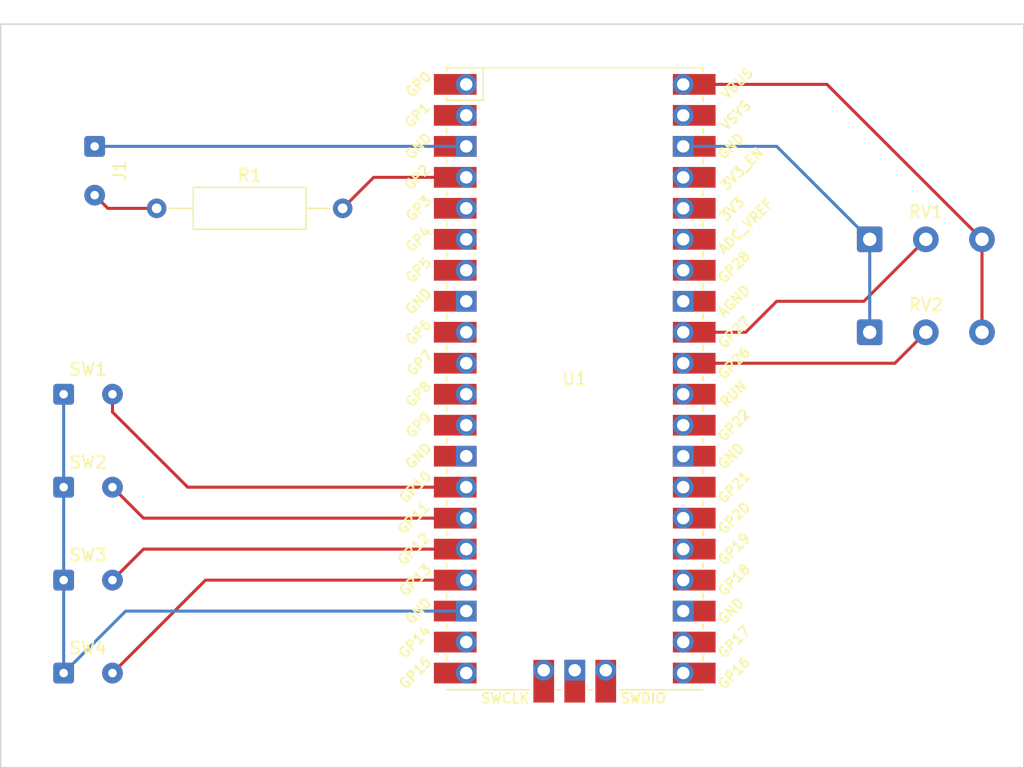
<source format=kicad_pcb>
(kicad_pcb (version 20211014) (generator pcbnew)
  (layers (0 "F.Cu" signal) (31 "B.Cu" signal) (34 "B.Paste" user) (35 "F.Paste" user) (36 "B.SilkS" user "B.Silkscreen") (37 "F.SilkS" user "F.Silkscreen") (38 "B.Mask" user) (39 "F.Mask" user) (44 "Edge.Cuts" user))
  (net 0 "")
  (net 3 "Net-(J1-PadS)")
  (net 4 "Net-(RV1-Pad1)")
  (net 26 "Net-(U1-Pad32)")
  (net 27 "Net-(RV1-Pad3)")
  (net 33 "Net-(U1-Pad3)")
  (net 35 "Net-(U1-Pad4)")
  (net 39 "Net-(U1-Pad31)")
  (net 40 "Net-(SW1-Pad1)")
  (net 41 "Net-(SW1-Pad2)")
  (net 42 "Net-(SW2-Pad2)")
  (net 43 "Net-(SW3-Pad2)")
  (net 44 "Net-(SW4-Pad2)")
  (footprint "Connector_Wire:SolderWire-0.15sqmm_1x02_P4mm_D0.5mm_OD1.5mm" (layer "F.Cu") (at 17.865584 60.825085)
    (fp_text reference "SW3" (at 2 -2.05) (layer "F.SilkS"))
    (fp_text value "SW_Push")
    (pad "1" thru_hole roundrect (at 0 0) (size 1.7 1.7) (drill 0.7) (layers *.Cu *.Mask) (roundrect_rratio 0.147059) (net 40 "Net-(SW1-Pad1)"))
    (pad "2" thru_hole circle (at 4 0) (size 1.7 1.7) (drill 0.7) (layers *.Cu *.Mask) (net 43 "Net-(SW3-Pad2)"))
  )
  (footprint "Connector_Wire:SolderWire-0.15sqmm_1x02_P4mm_D0.5mm_OD1.5mm" (layer "F.Cu") (at 20.405584 25.265085 -90)
    (fp_text reference "J1" (at 2 -2.05 90) (layer "F.SilkS"))
    (fp_text value "AudioJack2")
    (pad "S" thru_hole circle (at 4 0 270) (size 1.7 1.7) (drill 0.7) (layers *.Cu *.Mask) (net 3 "Net-(J1-PadS)"))
    (pad "T" thru_hole roundrect (at 0 0 270) (size 1.7 1.7) (drill 0.7) (layers *.Cu *.Mask) (roundrect_rratio 0.147059) (net 33 "Net-(U1-Pad3)"))
  )
  (footprint "Resistor_THT:R_Axial_DIN0309_L9.0mm_D3.2mm_P15.24mm_Horizontal" (layer "F.Cu") (at 25.485584 30.345085)
    (fp_text reference "R1" (at 7.62 -2.72) (layer "F.SilkS"))
    (fp_text value "250")
    (fp_line (start 12.24 -1.72) (end 3 -1.72) (layer "F.SilkS") (width 0.12))
    (fp_line (start 14.2 0) (end 12.24 0) (layer "F.SilkS") (width 0.12))
    (fp_line (start 12.24 1.72) (end 12.24 -1.72) (layer "F.SilkS") (width 0.12))
    (fp_line (start 3 1.72) (end 12.24 1.72) (layer "F.SilkS") (width 0.12))
    (fp_line (start 1.04 0) (end 3 0) (layer "F.SilkS") (width 0.12))
    (fp_line (start 3 -1.72) (end 3 1.72) (layer "F.SilkS") (width 0.12))
    (pad "1" thru_hole circle (at 0 0) (size 1.6 1.6) (drill 0.8) (layers *.Cu *.Mask) (net 3 "Net-(J1-PadS)"))
    (pad "2" thru_hole oval (at 15.24 0) (size 1.6 1.6) (drill 0.8) (layers *.Cu *.Mask) (net 35 "Net-(U1-Pad4)"))
  )
  (footprint "Connector_Wire:SolderWire-0.15sqmm_1x02_P4mm_D0.5mm_OD1.5mm" (layer "F.Cu") (at 17.865584 45.585085)
    (fp_text reference "SW1" (at 2 -2.05) (layer "F.SilkS"))
    (fp_text value "SW_Push")
    (pad "1" thru_hole roundrect (at 0 0) (size 1.7 1.7) (drill 0.7) (layers *.Cu *.Mask) (roundrect_rratio 0.147059) (net 40 "Net-(SW1-Pad1)"))
    (pad "2" thru_hole circle (at 4 0) (size 1.7 1.7) (drill 0.7) (layers *.Cu *.Mask) (net 41 "Net-(SW1-Pad2)"))
  )
  (footprint "Connector_Wire:SolderWire-0.15sqmm_1x02_P4mm_D0.5mm_OD1.5mm" (layer "F.Cu") (at 17.865584 68.445085)
    (fp_text reference "SW4" (at 2 -2.05) (layer "F.SilkS"))
    (fp_text value "SW_Push")
    (pad "1" thru_hole roundrect (at 0 0) (size 1.7 1.7) (drill 0.7) (layers *.Cu *.Mask) (roundrect_rratio 0.147059) (net 40 "Net-(SW1-Pad1)"))
    (pad "2" thru_hole circle (at 4 0) (size 1.7 1.7) (drill 0.7) (layers *.Cu *.Mask) (net 44 "Net-(SW4-Pad2)"))
  )
  (footprint "MCU_RaspberryPi_and_Boards:RPi_Pico_SMD_TH" (layer "F.Cu") (at 59.738482 44.312566)
    (fp_text reference "U1" (at 0 0) (layer "F.SilkS"))
    (fp_text value "Pico")
    (fp_text user "GP7" (at -12.7 -1.3 45) (layer "F.SilkS") (effects (font (size 0.8 0.8))))
    (fp_text user "GP17" (at 13.054 21.59 45) (layer "F.SilkS") (effects (font (size 0.8 0.8))))
    (fp_text user "GP12" (at -13.2 13.97 45) (layer "F.SilkS") (effects (font (size 0.8 0.8))))
    (fp_text user "GP14" (at -13.1 21.59 45) (layer "F.SilkS") (effects (font (size 0.8 0.8))))
    (fp_text user "3V3_EN" (at 13.7 -17.2 45) (layer "F.SilkS") (effects (font (size 0.8 0.8))))
    (fp_text user "GP5" (at -12.8 -8.89 45) (layer "F.SilkS") (effects (font (size 0.8 0.8))))
    (fp_text user "GP22" (at 13.054 3.81 45) (layer "F.SilkS") (effects (font (size 0.8 0.8))))
    (fp_text user "GND" (at -12.8 19.05 45) (layer "F.SilkS") (effects (font (size 0.8 0.8))))
    (fp_text user "3V3" (at 12.9 -13.9 45) (layer "F.SilkS") (effects (font (size 0.8 0.8))))
    (fp_text user "GP4" (at -12.8 -11.43 45) (layer "F.SilkS") (effects (font (size 0.8 0.8))))
    (fp_text user "GP20" (at 13.054 11.43 45) (layer "F.SilkS") (effects (font (size 0.8 0.8))))
    (fp_text user "GP3" (at -12.8 -13.97 45) (layer "F.SilkS") (effects (font (size 0.8 0.8))))
    (fp_text user "GP1" (at -12.9 -21.6 45) (layer "F.SilkS") (effects (font (size 0.8 0.8))))
    (fp_text user "GND" (at -12.8 6.35 45) (layer "F.SilkS") (effects (font (size 0.8 0.8))))
    (fp_text user "GP16" (at 13.054 24.13 45) (layer "F.SilkS") (effects (font (size 0.8 0.8))))
    (fp_text user "GP27" (at 13.054 -3.8 45) (layer "F.SilkS") (effects (font (size 0.8 0.8))))
    (fp_text user "GP18" (at 13.054 16.51 45) (layer "F.SilkS") (effects (font (size 0.8 0.8))))
    (fp_text user "SWDIO" (at 5.6 26.2) (layer "F.SilkS") (effects (font (size 0.8 0.8))))
    (fp_text user "GP2" (at -12.9 -16.51 45) (layer "F.SilkS") (effects (font (size 0.8 0.8))))
    (fp_text user "GP21" (at 13.054 8.9 45) (layer "F.SilkS") (effects (font (size 0.8 0.8))))
    (fp_text user "GP6" (at -12.8 -3.81 45) (layer "F.SilkS") (effects (font (size 0.8 0.8))))
    (fp_text user "GP0" (at -12.8 -24.13 45) (layer "F.SilkS") (effects (font (size 0.8 0.8))))
    (fp_text user "GP10" (at -13.054 8.89 45) (layer "F.SilkS") (effects (font (size 0.8 0.8))))
    (fp_text user "GP9" (at -12.8 3.81 45) (layer "F.SilkS") (effects (font (size 0.8 0.8))))
    (fp_text user "GP28" (at 13.054 -9.144 45) (layer "F.SilkS") (effects (font (size 0.8 0.8))))
    (fp_text user "GND" (at 12.8 19.05 45) (layer "F.SilkS") (effects (font (size 0.8 0.8))))
    (fp_text user "RUN" (at 13 1.27 45) (layer "F.SilkS") (effects (font (size 0.8 0.8))))
    (fp_text user "GND" (at -12.8 -6.35 45) (layer "F.SilkS") (effects (font (size 0.8 0.8))))
    (fp_text user "VSYS" (at 13.2 -21.59 45) (layer "F.SilkS") (effects (font (size 0.8 0.8))))
    (fp_text user "SWCLK" (at -5.7 26.2) (layer "F.SilkS") (effects (font (size 0.8 0.8))))
    (fp_text user "GP15" (at -13.054 24.13 45) (layer "F.SilkS") (effects (font (size 0.8 0.8))))
    (fp_text user "GP26" (at 13.054 -1.27 45) (layer "F.SilkS") (effects (font (size 0.8 0.8))))
    (fp_text user "GP11" (at -13.2 11.43 45) (layer "F.SilkS") (effects (font (size 0.8 0.8))))
    (fp_text user "GND" (at -12.8 -19.05 45) (layer "F.SilkS") (effects (font (size 0.8 0.8))))
    (fp_text user "AGND" (at 13.054 -6.35 45) (layer "F.SilkS") (effects (font (size 0.8 0.8))))
    (fp_text user "ADC_VREF" (at 14 -12.5 45) (layer "F.SilkS") (effects (font (size 0.8 0.8))))
    (fp_text user "VBUS" (at 13.3 -24.2 45) (layer "F.SilkS") (effects (font (size 0.8 0.8))))
    (fp_text user "GP19" (at 13.054 13.97 45) (layer "F.SilkS") (effects (font (size 0.8 0.8))))
    (fp_text user "GP13" (at -13.054 16.51 45) (layer "F.SilkS") (effects (font (size 0.8 0.8))))
    (fp_text user "GND" (at 12.8 -19.05 45) (layer "F.SilkS") (effects (font (size 0.8 0.8))))
    (fp_text user "GP8" (at -12.8 1.27 45) (layer "F.SilkS") (effects (font (size 0.8 0.8))))
    (fp_text user "GND" (at 12.8 6.35 45) (layer "F.SilkS") (effects (font (size 0.8 0.8))))
    (fp_line (start -10.5 7.4) (end -10.5 7.8) (layer "F.SilkS") (width 0.12))
    (fp_line (start -10.5 -0.2) (end -10.5 0.2) (layer "F.SilkS") (width 0.12))
    (fp_line (start -10.5 20.1) (end -10.5 20.5) (layer "F.SilkS") (width 0.12))
    (fp_line (start 10.5 17.6) (end 10.5 18) (layer "F.SilkS") (width 0.12))
    (fp_line (start 10.5 -10.4) (end 10.5 -10) (layer "F.SilkS") (width 0.12))
    (fp_line (start 10.5 -5.3) (end 10.5 -4.9) (layer "F.SilkS") (width 0.12))
    (fp_line (start 10.5 -12.9) (end 10.5 -12.5) (layer "F.SilkS") (width 0.12))
    (fp_line (start -10.5 -12.9) (end -10.5 -12.5) (layer "F.SilkS") (width 0.12))
    (fp_line (start 10.5 7.4) (end 10.5 7.8) (layer "F.SilkS") (width 0.12))
    (fp_line (start 10.5 20.1) (end 10.5 20.5) (layer "F.SilkS") (width 0.12))
    (fp_line (start -10.5 22.7) (end -10.5 23.1) (layer "F.SilkS") (width 0.12))
    (fp_line (start 1.1 25.5) (end 1.5 25.5) (layer "F.SilkS") (width 0.12))
    (fp_line (start 10.5 2.3) (end 10.5 2.7) (layer "F.SilkS") (width 0.12))
    (fp_line (start 10.5 15.1) (end 10.5 15.5) (layer "F.SilkS") (width 0.12))
    (fp_line (start -10.5 -23.1) (end -10.5 -22.7) (layer "F.SilkS") (width 0.12))
    (fp_line (start 10.5 12.5) (end 10.5 12.9) (layer "F.SilkS") (width 0.12))
    (fp_line (start -10.5 -18) (end -10.5 -17.6) (layer "F.SilkS") (width 0.12))
    (fp_line (start -10.5 -20.5) (end -10.5 -20.1) (layer "F.SilkS") (width 0.12))
    (fp_line (start 10.5 -20.5) (end 10.5 -20.1) (layer "F.SilkS") (width 0.12))
    (fp_line (start 10.5 22.7) (end 10.5 23.1) (layer "F.SilkS") (width 0.12))
    (fp_line (start -10.5 10) (end -10.5 10.4) (layer "F.SilkS") (width 0.12))
    (fp_line (start -10.5 -22.833) (end -7.493 -22.833) (layer "F.SilkS") (width 0.12))
    (fp_line (start -10.5 4.9) (end -10.5 5.3) (layer "F.SilkS") (width 0.12))
    (fp_line (start 10.5 4.9) (end 10.5 5.3) (layer "F.SilkS") (width 0.12))
    (fp_line (start 10.5 -2.7) (end 10.5 -2.3) (layer "F.SilkS") (width 0.12))
    (fp_line (start -10.5 2.3) (end -10.5 2.7) (layer "F.SilkS") (width 0.12))
    (fp_line (start 10.5 -15.4) (end 10.5 -15) (layer "F.SilkS") (width 0.12))
    (fp_line (start 10.5 -0.2) (end 10.5 0.2) (layer "F.SilkS") (width 0.12))
    (fp_line (start 10.5 -23.1) (end 10.5 -22.7) (layer "F.SilkS") (width 0.12))
    (fp_line (start -1.5 25.5) (end -1.1 25.5) (layer "F.SilkS") (width 0.12))
    (fp_line (start 10.5 -25.5) (end 10.5 -25.2) (layer "F.SilkS") (width 0.12))
    (fp_line (start -3.7 25.5) (end -10.5 25.5) (layer "F.SilkS") (width 0.12))
    (fp_line (start -10.5 12.5) (end -10.5 12.9) (layer "F.SilkS") (width 0.12))
    (fp_line (start -10.5 15.1) (end -10.5 15.5) (layer "F.SilkS") (width 0.12))
    (fp_line (start -10.5 -10.4) (end -10.5 -10) (layer "F.SilkS") (width 0.12))
    (fp_line (start -10.5 -25.5) (end -10.5 -25.2) (layer "F.SilkS") (width 0.12))
    (fp_line (start -7.493 -22.833) (end -7.493 -25.5) (layer "F.SilkS") (width 0.12))
    (fp_line (start -10.5 -5.3) (end -10.5 -4.9) (layer "F.SilkS") (width 0.12))
    (fp_line (start -10.5 17.6) (end -10.5 18) (layer "F.SilkS") (width 0.12))
    (fp_line (start -10.5 -15.4) (end -10.5 -15) (layer "F.SilkS") (width 0.12))
    (fp_line (start -10.5 -25.5) (end 10.5 -25.5) (layer "F.SilkS") (width 0.12))
    (fp_line (start -10.5 -7.8) (end -10.5 -7.4) (layer "F.SilkS") (width 0.12))
    (fp_line (start -10.5 -2.7) (end -10.5 -2.3) (layer "F.SilkS") (width 0.12))
    (fp_line (start 10.5 10) (end 10.5 10.4) (layer "F.SilkS") (width 0.12))
    (fp_line (start 10.5 25.5) (end 3.7 25.5) (layer "F.SilkS") (width 0.12))
    (fp_line (start 10.5 -7.8) (end 10.5 -7.4) (layer "F.SilkS") (width 0.12))
    (fp_line (start 10.5 -18) (end 10.5 -17.6) (layer "F.SilkS") (width 0.12))
    (pad "" np_thru_hole oval (at -2.725 -24) (size 1.8 1.8) (drill 1.8) (layers *.Cu *.Mask))
    (pad "" np_thru_hole oval (at -2.425 -20.97) (size 1.5 1.5) (drill 1.5) (layers *.Cu *.Mask))
    (pad "" np_thru_hole oval (at 2.425 -20.97) (size 1.5 1.5) (drill 1.5) (layers *.Cu *.Mask))
    (pad "" np_thru_hole oval (at 2.725 -24) (size 1.8 1.8) (drill 1.8) (layers *.Cu *.Mask))
    (pad "1" smd rect (at -8.89 -24.13) (size 3.5 1.7) (drill (offset -0.9 0)) (layers "F.Cu" "F.Mask"))
    (pad "1" thru_hole oval (at -8.89 -24.13) (size 1.7 1.7) (drill 1.02) (layers *.Cu *.Mask))
    (pad "2" smd rect (at -8.89 -21.59) (size 3.5 1.7) (drill (offset -0.9 0)) (layers "F.Cu" "F.Mask"))
    (pad "2" thru_hole oval (at -8.89 -21.59) (size 1.7 1.7) (drill 1.02) (layers *.Cu *.Mask))
    (pad "3" thru_hole rect (at -8.89 -19.05) (size 1.7 1.7) (drill 1.02) (layers *.Cu *.Mask) (net 33 "Net-(U1-Pad3)"))
    (pad "3" smd rect (at -8.89 -19.05) (size 3.5 1.7) (drill (offset -0.9 0)) (layers "F.Cu" "F.Mask") (net 33 "Net-(U1-Pad3)"))
    (pad "4" thru_hole oval (at -8.89 -16.51) (size 1.7 1.7) (drill 1.02) (layers *.Cu *.Mask) (net 35 "Net-(U1-Pad4)"))
    (pad "4" smd rect (at -8.89 -16.51) (size 3.5 1.7) (drill (offset -0.9 0)) (layers "F.Cu" "F.Mask") (net 35 "Net-(U1-Pad4)"))
    (pad "5" thru_hole oval (at -8.89 -13.97) (size 1.7 1.7) (drill 1.02) (layers *.Cu *.Mask))
    (pad "5" smd rect (at -8.89 -13.97) (size 3.5 1.7) (drill (offset -0.9 0)) (layers "F.Cu" "F.Mask"))
    (pad "6" thru_hole oval (at -8.89 -11.43) (size 1.7 1.7) (drill 1.02) (layers *.Cu *.Mask))
    (pad "6" smd rect (at -8.89 -11.43) (size 3.5 1.7) (drill (offset -0.9 0)) (layers "F.Cu" "F.Mask"))
    (pad "7" thru_hole oval (at -8.89 -8.89) (size 1.7 1.7) (drill 1.02) (layers *.Cu *.Mask))
    (pad "7" smd rect (at -8.89 -8.89) (size 3.5 1.7) (drill (offset -0.9 0)) (layers "F.Cu" "F.Mask"))
    (pad "8" thru_hole rect (at -8.89 -6.35) (size 1.7 1.7) (drill 1.02) (layers *.Cu *.Mask))
    (pad "8" smd rect (at -8.89 -6.35) (size 3.5 1.7) (drill (offset -0.9 0)) (layers "F.Cu" "F.Mask"))
    (pad "9" thru_hole oval (at -8.89 -3.81) (size 1.7 1.7) (drill 1.02) (layers *.Cu *.Mask))
    (pad "9" smd rect (at -8.89 -3.81) (size 3.5 1.7) (drill (offset -0.9 0)) (layers "F.Cu" "F.Mask"))
    (pad "10" smd rect (at -8.89 -1.27) (size 3.5 1.7) (drill (offset -0.9 0)) (layers "F.Cu" "F.Mask"))
    (pad "10" thru_hole oval (at -8.89 -1.27) (size 1.7 1.7) (drill 1.02) (layers *.Cu *.Mask))
    (pad "11" thru_hole oval (at -8.89 1.27) (size 1.7 1.7) (drill 1.02) (layers *.Cu *.Mask))
    (pad "11" smd rect (at -8.89 1.27) (size 3.5 1.7) (drill (offset -0.9 0)) (layers "F.Cu" "F.Mask"))
    (pad "12" thru_hole oval (at -8.89 3.81) (size 1.7 1.7) (drill 1.02) (layers *.Cu *.Mask))
    (pad "12" smd rect (at -8.89 3.81) (size 3.5 1.7) (drill (offset -0.9 0)) (layers "F.Cu" "F.Mask"))
    (pad "13" smd rect (at -8.89 6.35) (size 3.5 1.7) (drill (offset -0.9 0)) (layers "F.Cu" "F.Mask"))
    (pad "13" thru_hole rect (at -8.89 6.35) (size 1.7 1.7) (drill 1.02) (layers *.Cu *.Mask))
    (pad "14" smd rect (at -8.89 8.89) (size 3.5 1.7) (drill (offset -0.9 0)) (layers "F.Cu" "F.Mask") (net 41 "Net-(SW1-Pad2)"))
    (pad "14" thru_hole oval (at -8.89 8.89) (size 1.7 1.7) (drill 1.02) (layers *.Cu *.Mask) (net 41 "Net-(SW1-Pad2)"))
    (pad "15" smd rect (at -8.89 11.43) (size 3.5 1.7) (drill (offset -0.9 0)) (layers "F.Cu" "F.Mask") (net 42 "Net-(SW2-Pad2)"))
    (pad "15" thru_hole oval (at -8.89 11.43) (size 1.7 1.7) (drill 1.02) (layers *.Cu *.Mask) (net 42 "Net-(SW2-Pad2)"))
    (pad "16" smd rect (at -8.89 13.97) (size 3.5 1.7) (drill (offset -0.9 0)) (layers "F.Cu" "F.Mask") (net 43 "Net-(SW3-Pad2)"))
    (pad "16" thru_hole oval (at -8.89 13.97) (size 1.7 1.7) (drill 1.02) (layers *.Cu *.Mask) (net 43 "Net-(SW3-Pad2)"))
    (pad "17" smd rect (at -8.89 16.51) (size 3.5 1.7) (drill (offset -0.9 0)) (layers "F.Cu" "F.Mask") (net 44 "Net-(SW4-Pad2)"))
    (pad "17" thru_hole oval (at -8.89 16.51) (size 1.7 1.7) (drill 1.02) (layers *.Cu *.Mask) (net 44 "Net-(SW4-Pad2)"))
    (pad "18" smd rect (at -8.89 19.05) (size 3.5 1.7) (drill (offset -0.9 0)) (layers "F.Cu" "F.Mask") (net 40 "Net-(SW1-Pad1)"))
    (pad "18" thru_hole rect (at -8.89 19.05) (size 1.7 1.7) (drill 1.02) (layers *.Cu *.Mask) (net 40 "Net-(SW1-Pad1)"))
    (pad "19" smd rect (at -8.89 21.59) (size 3.5 1.7) (drill (offset -0.9 0)) (layers "F.Cu" "F.Mask"))
    (pad "19" thru_hole oval (at -8.89 21.59) (size 1.7 1.7) (drill 1.02) (layers *.Cu *.Mask))
    (pad "20" thru_hole oval (at -8.89 24.13) (size 1.7 1.7) (drill 1.02) (layers *.Cu *.Mask))
    (pad "20" smd rect (at -8.89 24.13) (size 3.5 1.7) (drill (offset -0.9 0)) (layers "F.Cu" "F.Mask"))
    (pad "21" smd rect (at 8.89 24.13) (size 3.5 1.7) (drill (offset 0.9 0)) (layers "F.Cu" "F.Mask"))
    (pad "21" thru_hole oval (at 8.89 24.13) (size 1.7 1.7) (drill 1.02) (layers *.Cu *.Mask))
    (pad "22" smd rect (at 8.89 21.59) (size 3.5 1.7) (drill (offset 0.9 0)) (layers "F.Cu" "F.Mask"))
    (pad "22" thru_hole oval (at 8.89 21.59) (size 1.7 1.7) (drill 1.02) (layers *.Cu *.Mask))
    (pad "23" smd rect (at 8.89 19.05) (size 3.5 1.7) (drill (offset 0.9 0)) (layers "F.Cu" "F.Mask"))
    (pad "23" thru_hole rect (at 8.89 19.05) (size 1.7 1.7) (drill 1.02) (layers *.Cu *.Mask))
    (pad "24" smd rect (at 8.89 16.51) (size 3.5 1.7) (drill (offset 0.9 0)) (layers "F.Cu" "F.Mask"))
    (pad "24" thru_hole oval (at 8.89 16.51) (size 1.7 1.7) (drill 1.02) (layers *.Cu *.Mask))
    (pad "25" smd rect (at 8.89 13.97) (size 3.5 1.7) (drill (offset 0.9 0)) (layers "F.Cu" "F.Mask"))
    (pad "25" thru_hole oval (at 8.89 13.97) (size 1.7 1.7) (drill 1.02) (layers *.Cu *.Mask))
    (pad "26" smd rect (at 8.89 11.43) (size 3.5 1.7) (drill (offset 0.9 0)) (layers "F.Cu" "F.Mask"))
    (pad "26" thru_hole oval (at 8.89 11.43) (size 1.7 1.7) (drill 1.02) (layers *.Cu *.Mask))
    (pad "27" smd rect (at 8.89 8.89) (size 3.5 1.7) (drill (offset 0.9 0)) (layers "F.Cu" "F.Mask"))
    (pad "27" thru_hole oval (at 8.89 8.89) (size 1.7 1.7) (drill 1.02) (layers *.Cu *.Mask))
    (pad "28" smd rect (at 8.89 6.35) (size 3.5 1.7) (drill (offset 0.9 0)) (layers "F.Cu" "F.Mask"))
    (pad "28" thru_hole rect (at 8.89 6.35) (size 1.7 1.7) (drill 1.02) (layers *.Cu *.Mask))
    (pad "29" smd rect (at 8.89 3.81) (size 3.5 1.7) (drill (offset 0.9 0)) (layers "F.Cu" "F.Mask"))
    (pad "29" thru_hole oval (at 8.89 3.81) (size 1.7 1.7) (drill 1.02) (layers *.Cu *.Mask))
    (pad "30" thru_hole oval (at 8.89 1.27) (size 1.7 1.7) (drill 1.02) (layers *.Cu *.Mask))
    (pad "30" smd rect (at 8.89 1.27) (size 3.5 1.7) (drill (offset 0.9 0)) (layers "F.Cu" "F.Mask"))
    (pad "31" smd rect (at 8.89 -1.27) (size 3.5 1.7) (drill (offset 0.9 0)) (layers "F.Cu" "F.Mask") (net 39 "Net-(U1-Pad31)"))
    (pad "31" thru_hole oval (at 8.89 -1.27) (size 1.7 1.7) (drill 1.02) (layers *.Cu *.Mask) (net 39 "Net-(U1-Pad31)"))
    (pad "32" smd rect (at 8.89 -3.81) (size 3.5 1.7) (drill (offset 0.9 0)) (layers "F.Cu" "F.Mask") (net 26 "Net-(U1-Pad32)"))
    (pad "32" thru_hole oval (at 8.89 -3.81) (size 1.7 1.7) (drill 1.02) (layers *.Cu *.Mask) (net 26 "Net-(U1-Pad32)"))
    (pad "33" smd rect (at 8.89 -6.35) (size 3.5 1.7) (drill (offset 0.9 0)) (layers "F.Cu" "F.Mask"))
    (pad "33" thru_hole rect (at 8.89 -6.35) (size 1.7 1.7) (drill 1.02) (layers *.Cu *.Mask))
    (pad "34" thru_hole oval (at 8.89 -8.89) (size 1.7 1.7) (drill 1.02) (layers *.Cu *.Mask))
    (pad "34" smd rect (at 8.89 -8.89) (size 3.5 1.7) (drill (offset 0.9 0)) (layers "F.Cu" "F.Mask"))
    (pad "35" thru_hole oval (at 8.89 -11.43) (size 1.7 1.7) (drill 1.02) (layers *.Cu *.Mask))
    (pad "35" smd rect (at 8.89 -11.43) (size 3.5 1.7) (drill (offset 0.9 0)) (layers "F.Cu" "F.Mask"))
    (pad "36" smd rect (at 8.89 -13.97) (size 3.5 1.7) (drill (offset 0.9 0)) (layers "F.Cu" "F.Mask"))
    (pad "36" thru_hole oval (at 8.89 -13.97) (size 1.7 1.7) (drill 1.02) (layers *.Cu *.Mask))
    (pad "37" thru_hole oval (at 8.89 -16.51) (size 1.7 1.7) (drill 1.02) (layers *.Cu *.Mask))
    (pad "37" smd rect (at 8.89 -16.51) (size 3.5 1.7) (drill (offset 0.9 0)) (layers "F.Cu" "F.Mask"))
    (pad "38" thru_hole rect (at 8.89 -19.05) (size 1.7 1.7) (drill 1.02) (layers *.Cu *.Mask) (net 4 "Net-(RV1-Pad1)"))
    (pad "38" smd rect (at 8.89 -19.05) (size 3.5 1.7) (drill (offset 0.9 0)) (layers "F.Cu" "F.Mask") (net 4 "Net-(RV1-Pad1)"))
    (pad "39" thru_hole oval (at 8.89 -21.59) (size 1.7 1.7) (drill 1.02) (layers *.Cu *.Mask))
    (pad "39" smd rect (at 8.89 -21.59) (size 3.5 1.7) (drill (offset 0.9 0)) (layers "F.Cu" "F.Mask"))
    (pad "40" smd rect (at 8.89 -24.13) (size 3.5 1.7) (drill (offset 0.9 0)) (layers "F.Cu" "F.Mask") (net 27 "Net-(RV1-Pad3)"))
    (pad "40" thru_hole oval (at 8.89 -24.13) (size 1.7 1.7) (drill 1.02) (layers *.Cu *.Mask) (net 27 "Net-(RV1-Pad3)"))
    (pad "41" smd rect (at -2.54 23.9 90) (size 3.5 1.7) (drill (offset -0.9 0)) (layers "F.Cu" "F.Mask"))
    (pad "41" thru_hole oval (at -2.54 23.9) (size 1.7 1.7) (drill 1.02) (layers *.Cu *.Mask))
    (pad "42" smd rect (at 0 23.9 90) (size 3.5 1.7) (drill (offset -0.9 0)) (layers "F.Cu" "F.Mask"))
    (pad "42" thru_hole rect (at 0 23.9) (size 1.7 1.7) (drill 1.02) (layers *.Cu *.Mask))
    (pad "43" thru_hole oval (at 2.54 23.9) (size 1.7 1.7) (drill 1.02) (layers *.Cu *.Mask))
    (pad "43" smd rect (at 2.54 23.9 90) (size 3.5 1.7) (drill (offset -0.9 0)) (layers "F.Cu" "F.Mask"))
  )
  (footprint "Connector_Wire:SolderWire-0.15sqmm_1x02_P4mm_D0.5mm_OD1.5mm" (layer "F.Cu") (at 17.865584 53.205085)
    (fp_text reference "SW2" (at 2 -2.05) (layer "F.SilkS"))
    (fp_text value "SW_Push")
    (pad "1" thru_hole roundrect (at 0 0) (size 1.7 1.7) (drill 0.7) (layers *.Cu *.Mask) (roundrect_rratio 0.147059) (net 40 "Net-(SW1-Pad1)"))
    (pad "2" thru_hole circle (at 4 0) (size 1.7 1.7) (drill 0.7) (layers *.Cu *.Mask) (net 42 "Net-(SW2-Pad2)"))
  )
  (footprint "Connector_Wire:SolderWire-0.5sqmm_1x03_P4.6mm_D0.9mm_OD2.1mm" (layer "F.Cu") (at 83.905584 32.885085)
    (fp_text reference "RV1" (at 4.6 -2.25) (layer "F.SilkS"))
    (fp_text value "R_Potentiometer")
    (pad "1" thru_hole roundrect (at 0 0) (size 2.1 2.1) (drill 1.1) (layers *.Cu *.Mask) (roundrect_rratio 0.119048) (net 4 "Net-(RV1-Pad1)"))
    (pad "2" thru_hole circle (at 4.6 0) (size 2.1 2.1) (drill 1.1) (layers *.Cu *.Mask) (net 26 "Net-(U1-Pad32)"))
    (pad "3" thru_hole circle (at 9.2 0) (size 2.1 2.1) (drill 1.1) (layers *.Cu *.Mask) (net 27 "Net-(RV1-Pad3)"))
  )
  (footprint "Connector_Wire:SolderWire-0.5sqmm_1x03_P4.6mm_D0.9mm_OD2.1mm" (layer "F.Cu") (at 83.905584 40.505085)
    (fp_text reference "RV2" (at 4.6 -2.25) (layer "F.SilkS"))
    (fp_text value "R_Potentiometer")
    (pad "1" thru_hole roundrect (at 0 0) (size 2.1 2.1) (drill 1.1) (layers *.Cu *.Mask) (roundrect_rratio 0.119048) (net 4 "Net-(RV1-Pad1)"))
    (pad "2" thru_hole circle (at 4.6 0) (size 2.1 2.1) (drill 1.1) (layers *.Cu *.Mask) (net 39 "Net-(U1-Pad31)"))
    (pad "3" thru_hole circle (at 9.2 0) (size 2.1 2.1) (drill 1.1) (layers *.Cu *.Mask) (net 27 "Net-(RV1-Pad3)"))
  )
  (gr_line (start 12.7 76.2) (end 12.7 15.24) (layer "Edge.Cuts") (width 0.1))
  (gr_line (start 96.52 76.2) (end 12.7 76.2) (layer "Edge.Cuts") (width 0.1))
  (gr_line (start 96.52 15.24) (end 96.52 76.2) (layer "Edge.Cuts") (width 0.1))
  (gr_line (start 12.7 15.24) (end 96.52 15.24) (layer "Edge.Cuts") (width 0.1))
  (segment (start 25.485584 30.345085) (end 21.485584 30.345085) (width 0.25) (layer "F.Cu") (net 3))
  (segment (start 21.485584 30.345085) (end 20.405584 29.265085) (width 0.25) (layer "F.Cu") (net 3))
  (segment (start 83.905584 40.505085) (end 83.905584 32.885085) (width 0.25) (layer "B.Cu") (net 4))
  (segment (start 76.283065 25.262566) (end 68.628482 25.262566) (width 0.25) (layer "B.Cu") (net 4))
  (segment (start 83.905584 32.885085) (end 76.283065 25.262566) (width 0.25) (layer "B.Cu") (net 4))
  (segment (start 88.505584 32.885085) (end 83.425584 37.965085) (width 0.25) (layer "F.Cu") (net 26))
  (segment (start 83.425584 37.965085) (end 76.285584 37.965085) (width 0.25) (layer "F.Cu") (net 26))
  (segment (start 73.748103 40.502566) (end 68.628482 40.502566) (width 0.25) (layer "F.Cu") (net 26))
  (segment (start 76.285584 37.965085) (end 73.748103 40.502566) (width 0.25) (layer "F.Cu") (net 26))
  (segment (start 93.105584 32.885085) (end 93.105584 40.505085) (width 0.25) (layer "F.Cu") (net 27))
  (segment (start 93.105584 32.885085) (end 80.403065 20.182566) (width 0.25) (layer "F.Cu") (net 27))
  (segment (start 80.403065 20.182566) (end 68.628482 20.182566) (width 0.25) (layer "F.Cu") (net 27))
  (segment (start 20.405584 25.265085) (end 20.408103 25.262566) (width 0.25) (layer "F.Cu") (net 33))
  (segment (start 20.408103 25.262566) (end 50.848482 25.262566) (width 0.25) (layer "B.Cu") (net 33))
  (segment (start 43.268103 27.802566) (end 50.848482 27.802566) (width 0.25) (layer "F.Cu") (net 35))
  (segment (start 40.725584 30.345085) (end 43.268103 27.802566) (width 0.25) (layer "F.Cu") (net 35))
  (segment (start 88.505584 40.505085) (end 85.968103 43.042566) (width 0.25) (layer "F.Cu") (net 39))
  (segment (start 85.968103 43.042566) (end 68.628482 43.042566) (width 0.25) (layer "F.Cu") (net 39))
  (segment (start 17.865584 45.585085) (end 17.865584 53.205085) (width 0.25) (layer "B.Cu") (net 40))
  (segment (start 17.865584 68.445085) (end 22.948103 63.362566) (width 0.25) (layer "B.Cu") (net 40))
  (segment (start 22.948103 63.362566) (end 50.848482 63.362566) (width 0.25) (layer "B.Cu") (net 40))
  (segment (start 17.865584 53.205085) (end 17.865584 60.825085) (width 0.25) (layer "B.Cu") (net 40))
  (segment (start 17.865584 60.825085) (end 17.865584 68.445085) (width 0.25) (layer "B.Cu") (net 40))
  (segment (start 21.865584 45.585085) (end 21.865584 47.045085) (width 0.25) (layer "F.Cu") (net 41))
  (segment (start 28.025584 53.205085) (end 50.845963 53.205085) (width 0.25) (layer "F.Cu") (net 41))
  (segment (start 50.845963 53.205085) (end 50.848482 53.202566) (width 0.25) (layer "F.Cu") (net 41))
  (segment (start 21.865584 47.045085) (end 28.025584 53.205085) (width 0.25) (layer "F.Cu") (net 41))
  (segment (start 21.865584 53.205085) (end 24.403065 55.742566) (width 0.25) (layer "F.Cu") (net 42))
  (segment (start 24.403065 55.742566) (end 50.848482 55.742566) (width 0.25) (layer "F.Cu") (net 42))
  (segment (start 21.865584 60.825085) (end 24.408103 58.282566) (width 0.25) (layer "F.Cu") (net 43))
  (segment (start 24.408103 58.282566) (end 50.848482 58.282566) (width 0.25) (layer "F.Cu") (net 43))
  (segment (start 21.865584 68.445085) (end 29.488103 60.822566) (width 0.25) (layer "F.Cu") (net 44))
  (segment (start 29.488103 60.822566) (end 50.848482 60.822566) (width 0.25) (layer "F.Cu") (net 44))
)
</source>
